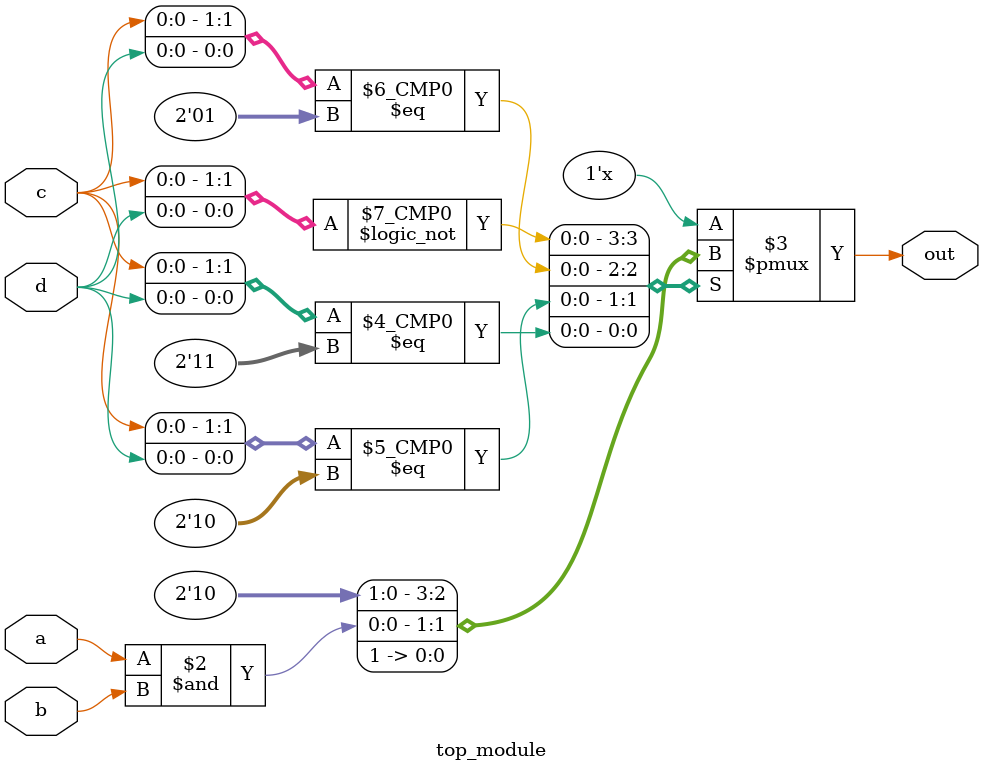
<source format=sv>
module top_module (
	input a, 
	input b,
	input c,
	input d,
	output reg out
);

always @(*)
begin
    case({c,d})
        2'b00: out = 1'b1;
        2'b01: out = 1'b0;
        2'b10: out = a & b;
        2'b11: out = 1'b1;
    endcase
end

endmodule

</source>
